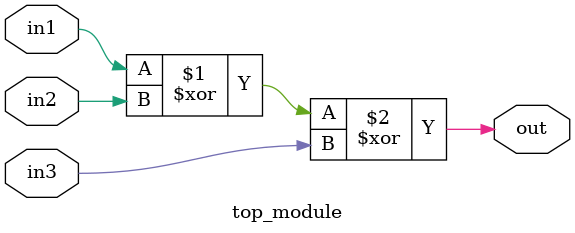
<source format=sv>
module top_module (
    input in1,
    input in2,
    input in3,
    output logic out 
);
    assign out = in1 ^ in2 ^ in3; // Implementing the circuit using XOR gates
endmodule

</source>
